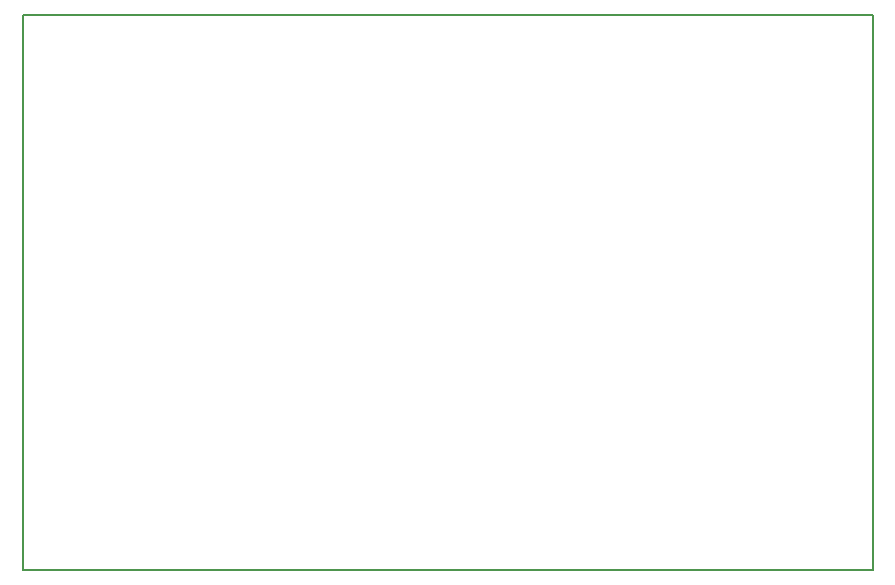
<source format=gbr>
G04 #@! TF.GenerationSoftware,KiCad,Pcbnew,(5.0.0-3-g5ebb6b6)*
G04 #@! TF.CreationDate,2019-02-10T22:36:41+03:00*
G04 #@! TF.ProjectId,mac,6D61632E6B696361645F706362000000,rev?*
G04 #@! TF.SameCoordinates,Original*
G04 #@! TF.FileFunction,Profile,NP*
%FSLAX46Y46*%
G04 Gerber Fmt 4.6, Leading zero omitted, Abs format (unit mm)*
G04 Created by KiCad (PCBNEW (5.0.0-3-g5ebb6b6)) date *
%MOMM*%
%LPD*%
G01*
G04 APERTURE LIST*
%ADD10C,0.200000*%
G04 APERTURE END LIST*
D10*
X148500000Y-56500000D02*
X148500000Y-103500000D01*
X76500000Y-103500000D02*
X76500000Y-56500000D01*
X148500000Y-103500000D02*
X76500000Y-103500000D01*
X76500000Y-56500000D02*
X148500000Y-56500000D01*
M02*

</source>
